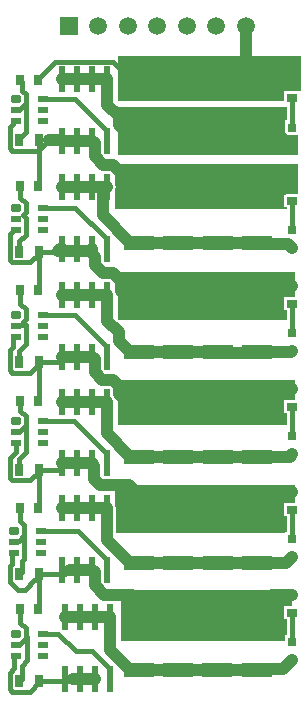
<source format=gtl>
G04*
G04 #@! TF.GenerationSoftware,Altium Limited,Altium Designer,21.6.1 (37)*
G04*
G04 Layer_Physical_Order=1*
G04 Layer_Color=255*
%FSLAX44Y44*%
%MOMM*%
G71*
G04*
G04 #@! TF.SameCoordinates,7934F4AE-985A-4D5C-9069-E765C515617C*
G04*
G04*
G04 #@! TF.FilePolarity,Positive*
G04*
G01*
G75*
%ADD15R,0.8000X1.0000*%
%ADD16R,0.7000X0.9000*%
%ADD17R,0.6000X2.2000*%
G04:AMPARAMS|DCode=18|XSize=0.6mm|YSize=0.9mm|CornerRadius=0.15mm|HoleSize=0mm|Usage=FLASHONLY|Rotation=270.000|XOffset=0mm|YOffset=0mm|HoleType=Round|Shape=RoundedRectangle|*
%AMROUNDEDRECTD18*
21,1,0.6000,0.6000,0,0,270.0*
21,1,0.3000,0.9000,0,0,270.0*
1,1,0.3000,-0.3000,-0.1500*
1,1,0.3000,-0.3000,0.1500*
1,1,0.3000,0.3000,0.1500*
1,1,0.3000,0.3000,-0.1500*
%
%ADD18ROUNDEDRECTD18*%
%ADD19R,0.9000X0.6000*%
%ADD20R,2.6000X1.2000*%
%ADD21R,0.9000X0.7000*%
%ADD22R,0.8000X0.8000*%
%ADD33C,1.0000*%
%ADD34C,0.4000*%
%ADD35C,1.5080*%
%ADD36R,1.5080X1.5080*%
%ADD37C,0.7000*%
G36*
X459740Y466476D02*
X453240D01*
Y455476D01*
X455912D01*
Y441900D01*
X454240D01*
Y436880D01*
X314960D01*
Y480060D01*
X459740D01*
Y466476D01*
D02*
G37*
G36*
X462280Y568960D02*
Y553629D01*
X453240D01*
Y542629D01*
X455912D01*
Y529053D01*
X454240D01*
Y528320D01*
X310590D01*
Y549240D01*
X310350Y551067D01*
X309850Y552273D01*
Y568341D01*
X310749Y569238D01*
X462280Y568960D01*
D02*
G37*
G36*
Y640782D02*
X453240D01*
Y629782D01*
X455912D01*
Y619760D01*
X312420D01*
Y657860D01*
X462280D01*
Y640782D01*
D02*
G37*
G36*
Y727934D02*
X453240D01*
Y716934D01*
X455912D01*
Y708660D01*
X313105D01*
X312420Y709345D01*
Y749300D01*
X462280D01*
Y727934D01*
D02*
G37*
G36*
X464820Y815087D02*
X453240D01*
Y804087D01*
X455912D01*
Y802640D01*
X309880D01*
Y818058D01*
X310350Y819193D01*
X310590Y821020D01*
X310350Y822847D01*
X309880Y823982D01*
Y840740D01*
X464820D01*
Y815087D01*
D02*
G37*
G36*
X455912Y877663D02*
X454240D01*
Y865663D01*
X464820D01*
Y848360D01*
X312420D01*
Y889000D01*
X455912D01*
Y877663D01*
D02*
G37*
G36*
X467360Y902602D02*
X466240Y902240D01*
Y902240D01*
X453240D01*
Y894080D01*
X312420D01*
Y932180D01*
X467360D01*
Y902602D01*
D02*
G37*
D15*
X245988Y493620D02*
D03*
X228988D02*
D03*
X245988Y581900D02*
D03*
X228988D02*
D03*
X245988Y673100D02*
D03*
X228988D02*
D03*
X245988Y766480D02*
D03*
X228988D02*
D03*
X245988Y403000D02*
D03*
X228988D02*
D03*
Y861060D02*
D03*
X245988D02*
D03*
D16*
X244988Y549500D02*
D03*
X229988D02*
D03*
X244988Y640320D02*
D03*
X229988D02*
D03*
X244988Y734060D02*
D03*
X229988D02*
D03*
X244988Y463960D02*
D03*
X229988D02*
D03*
X244988Y911860D02*
D03*
X229988D02*
D03*
Y822360D02*
D03*
X244988D02*
D03*
D17*
X303530Y912460D02*
D03*
X290830D02*
D03*
X265430D02*
D03*
X303530Y860460D02*
D03*
X290830D02*
D03*
X265430D02*
D03*
X278130Y912460D02*
D03*
Y860460D02*
D03*
X303530Y821020D02*
D03*
X290830D02*
D03*
X265430D02*
D03*
X303530Y769020D02*
D03*
X290830D02*
D03*
X265430D02*
D03*
X278130Y821020D02*
D03*
Y769020D02*
D03*
X303530Y729580D02*
D03*
X290830D02*
D03*
X265430D02*
D03*
X303530Y677580D02*
D03*
X290830D02*
D03*
X265430D02*
D03*
X278130Y729580D02*
D03*
Y677580D02*
D03*
X303300Y639240D02*
D03*
X290600D02*
D03*
X265200D02*
D03*
X303300Y587240D02*
D03*
X290600D02*
D03*
X265200D02*
D03*
X277900Y639240D02*
D03*
Y587240D02*
D03*
X303530Y549240D02*
D03*
X290830D02*
D03*
X265430D02*
D03*
X303530Y497240D02*
D03*
X290830D02*
D03*
X265430D02*
D03*
X278130Y549240D02*
D03*
Y497240D02*
D03*
X306070Y456940D02*
D03*
X293370D02*
D03*
X267970D02*
D03*
X306070Y404940D02*
D03*
X293370D02*
D03*
X267970D02*
D03*
X280670Y456940D02*
D03*
Y404940D02*
D03*
D18*
X225990Y442980D02*
D03*
X224720Y530200D02*
D03*
X226060Y623520D02*
D03*
X225990Y713080D02*
D03*
Y803920D02*
D03*
X225988Y895960D02*
D03*
D19*
X225990Y433480D02*
D03*
Y423980D02*
D03*
X248990D02*
D03*
Y433480D02*
D03*
Y442980D02*
D03*
X224720Y520700D02*
D03*
Y511200D02*
D03*
X247720D02*
D03*
Y520700D02*
D03*
Y530200D02*
D03*
X226060Y614020D02*
D03*
Y604520D02*
D03*
X249060D02*
D03*
Y614020D02*
D03*
Y623520D02*
D03*
X225990Y703580D02*
D03*
Y694080D02*
D03*
X248990D02*
D03*
Y703580D02*
D03*
Y713080D02*
D03*
X225990Y794420D02*
D03*
Y784920D02*
D03*
X248990D02*
D03*
Y794420D02*
D03*
Y803920D02*
D03*
X225988Y886460D02*
D03*
Y876960D02*
D03*
X248988D02*
D03*
Y886460D02*
D03*
Y895960D02*
D03*
D20*
X430530Y412340D02*
D03*
Y456340D02*
D03*
X396240Y412340D02*
D03*
Y456340D02*
D03*
X363220Y412340D02*
D03*
Y456340D02*
D03*
X330200Y412340D02*
D03*
Y456340D02*
D03*
Y502764D02*
D03*
Y546764D02*
D03*
Y592920D02*
D03*
Y636920D02*
D03*
Y681580D02*
D03*
Y725580D02*
D03*
Y774036D02*
D03*
Y818036D02*
D03*
Y864460D02*
D03*
Y908460D02*
D03*
X430530Y864460D02*
D03*
Y908460D02*
D03*
X397087Y864460D02*
D03*
Y908460D02*
D03*
X363643Y864460D02*
D03*
Y908460D02*
D03*
X430530Y774036D02*
D03*
Y818036D02*
D03*
X397087Y774036D02*
D03*
Y818036D02*
D03*
X430530Y681580D02*
D03*
Y725580D02*
D03*
X397087Y681580D02*
D03*
Y725580D02*
D03*
X430530Y592920D02*
D03*
Y636920D02*
D03*
X397087Y592920D02*
D03*
Y636920D02*
D03*
X430530Y502764D02*
D03*
Y546764D02*
D03*
X397087Y502764D02*
D03*
Y546764D02*
D03*
X363643Y774036D02*
D03*
Y818036D02*
D03*
Y681580D02*
D03*
Y725580D02*
D03*
Y592920D02*
D03*
Y636920D02*
D03*
Y502764D02*
D03*
Y546764D02*
D03*
D21*
X459740Y475976D02*
D03*
Y460976D02*
D03*
Y911740D02*
D03*
Y896740D02*
D03*
Y824587D02*
D03*
Y809587D02*
D03*
Y737434D02*
D03*
Y722434D02*
D03*
Y650282D02*
D03*
Y635282D02*
D03*
Y563129D02*
D03*
Y548129D02*
D03*
D22*
X460240Y435900D02*
D03*
Y420900D02*
D03*
Y871663D02*
D03*
Y856663D02*
D03*
Y784511D02*
D03*
Y769511D02*
D03*
Y697358D02*
D03*
Y682358D02*
D03*
Y610205D02*
D03*
Y595205D02*
D03*
Y523053D02*
D03*
Y508053D02*
D03*
D33*
X429670Y680720D02*
X430530Y681580D01*
X397087D02*
X397947Y680720D01*
X429670D01*
X430530Y681580D02*
X439420D01*
X365760D02*
X397087D01*
X363643D02*
X365760D01*
X330200D02*
X335280D01*
X363643D01*
X439420D02*
X459462D01*
X306070Y429470D02*
X323200Y412340D01*
X330200D02*
X363220D01*
X306070Y429470D02*
Y456940D01*
X323200Y412340D02*
X330200D01*
X271780Y497240D02*
X278130D01*
X265030Y767080D02*
X288890D01*
X261620D02*
X265030D01*
X254000Y861060D02*
X264830D01*
X265430Y860460D01*
X278130D02*
X290830D01*
X265430D02*
X278130D01*
X290830D02*
X292830Y858460D01*
Y847261D02*
Y858460D01*
Y847261D02*
X300350Y839740D01*
X313530Y874130D02*
Y881130D01*
X303530Y891130D02*
X313530Y881130D01*
Y874130D02*
X323200Y864460D01*
X330200D02*
X363643D01*
X323200D02*
X330200D01*
X274320Y404940D02*
X280670D01*
X332740Y456340D02*
X363220D01*
X332740Y546764D02*
X363643D01*
X330200Y636920D02*
X363643D01*
Y725580D02*
X397087D01*
X363643Y818036D02*
X396240D01*
X280670Y404940D02*
X293370D01*
X430530Y412340D02*
X431530Y413340D01*
X452680D01*
X460240Y420900D01*
X430530Y502764D02*
X454951D01*
X460240Y508053D01*
X453895Y563129D02*
X459740D01*
X430530Y546764D02*
X437530D01*
X453895Y563129D01*
X457955Y592920D02*
X460240Y595205D01*
X430530Y592920D02*
X457955D01*
X450892Y650282D02*
X459740D01*
X430530Y636920D02*
X437530D01*
X450892Y650282D01*
X459462Y681580D02*
X460240Y682358D01*
X437530Y725580D02*
X449384Y737434D01*
X430530Y725580D02*
X437530D01*
X449384Y737434D02*
X459740D01*
X431530Y773036D02*
X456715D01*
X460240Y769511D01*
X430530Y774036D02*
X431530Y773036D01*
X451289Y819036D02*
X456841Y824587D01*
X459740D01*
X431530Y819036D02*
X451289D01*
X430530Y818036D02*
X431530Y819036D01*
X430530Y864460D02*
X431530Y863460D01*
X457341Y856663D02*
X460240D01*
X450544Y863460D02*
X457341Y856663D01*
X431530Y863460D02*
X450544D01*
X424530Y909460D02*
X457460D01*
X423530Y908460D02*
X424530Y909460D01*
X457460D02*
X459740Y911740D01*
X397087Y908460D02*
X423530D01*
X420840Y911150D02*
X423530Y908460D01*
X420840Y911150D02*
Y957580D01*
X363643Y908460D02*
X397087D01*
X330200D02*
X363643D01*
X290830Y912460D02*
X303530D01*
X278130D02*
X290830D01*
X265430D02*
X278130D01*
X303530Y891130D02*
Y912460D01*
X397087Y864460D02*
X430530D01*
X363643D02*
X397087D01*
X323200Y818036D02*
X330200D01*
X315530Y825706D02*
X323200Y818036D01*
X315530Y825706D02*
Y832919D01*
X308710Y839740D02*
X315530Y832919D01*
X300350Y839740D02*
X308710D01*
X397087Y818036D02*
X430530D01*
X330200D02*
X363643D01*
X290830Y821020D02*
X303530D01*
X278130D02*
X290830D01*
X265430D02*
X278130D01*
X299720Y820420D02*
X302930D01*
X303530Y821020D01*
X299720Y797516D02*
X323200Y774036D01*
X330200D01*
X299720Y797516D02*
Y820420D01*
X397087Y774036D02*
X430530D01*
X363643D02*
X397087D01*
X330200D02*
X363643D01*
X263560Y769020D02*
X265430D01*
X261620Y767080D02*
X263560Y769020D01*
X288890Y767080D02*
X290830Y769020D01*
Y765020D02*
X293530Y762320D01*
X315530Y733250D02*
Y741479D01*
X290830Y765020D02*
Y769020D01*
X315530Y733250D02*
X323200Y725580D01*
X330200D01*
X300350Y748300D02*
X308710D01*
X293530Y755120D02*
X300350Y748300D01*
X293530Y755120D02*
Y762320D01*
X308710Y748300D02*
X315530Y741479D01*
X397087Y725580D02*
X430530D01*
X330200D02*
X363643D01*
X290830Y729580D02*
X303530D01*
X278130D02*
X290830D01*
X265430D02*
X278130D01*
X313530Y691250D02*
Y698250D01*
X303530Y708250D02*
X313530Y698250D01*
X303530Y708250D02*
Y729580D01*
X323200Y681580D02*
X330200D01*
X313530Y691250D02*
X323200Y681580D01*
X278130Y677580D02*
X290830D01*
X265430D02*
X278130D01*
X313931Y646189D02*
X323200Y636920D01*
X299116Y658095D02*
X308345D01*
X323200Y636920D02*
X330200D01*
X313931Y646189D02*
Y652509D01*
X308345Y658095D02*
X313931Y652509D01*
X292830Y664380D02*
X299116Y658095D01*
X292830Y664380D02*
Y675580D01*
X290830Y677580D02*
X292830Y675580D01*
X397087Y636920D02*
X430530D01*
X363643D02*
X397087D01*
Y592920D02*
X430530D01*
X363643D02*
X397087D01*
X330200D02*
X363643D01*
X303300Y612820D02*
X323200Y592920D01*
X330200D01*
X303300Y612820D02*
Y639240D01*
X290600D02*
X303300D01*
X277900D02*
X290600D01*
X265200D02*
X277900D01*
X397087Y546764D02*
X430530D01*
X363643D02*
X397087D01*
X330200Y546764D02*
Y561340D01*
X292600Y574040D02*
Y585240D01*
X297400Y569240D02*
X322300D01*
X290600Y587240D02*
X292600Y585240D01*
Y574040D02*
X297400Y569240D01*
X322300D02*
X330200Y561340D01*
X277900Y587240D02*
X290600D01*
X265200D02*
X277900D01*
X290830Y549240D02*
X303530D01*
X278130D02*
X290830D01*
X265430D02*
X278130D01*
X303530Y522434D02*
X323200Y502764D01*
X303530Y522434D02*
Y549240D01*
X323200Y502764D02*
X330200D01*
X397087D02*
X430530D01*
X363643D02*
X397087D01*
X330200D02*
X363643D01*
X396240Y412340D02*
X430530D01*
X363220D02*
X396240D01*
X293370Y456940D02*
X306070D01*
X280670D02*
X293370D01*
X267970D02*
X280670D01*
X436880Y470118D02*
X442738Y475976D01*
X459740D01*
X430530Y456340D02*
X435880D01*
X436880Y457340D01*
Y470118D01*
X396240Y456340D02*
X430530D01*
X363220D02*
X396240D01*
X332740Y457340D02*
Y467360D01*
X324400Y475700D02*
X332740Y467360D01*
X292830Y484040D02*
X301170Y475700D01*
X292830Y484040D02*
Y495240D01*
X301170Y475700D02*
X324400D01*
X290830Y497240D02*
X292830Y495240D01*
X278130Y497240D02*
X290830D01*
D34*
X459990Y871913D02*
Y896490D01*
Y871913D02*
X460240Y871663D01*
X459740Y896740D02*
X459990Y896490D01*
Y784761D02*
X460240Y784511D01*
X459740Y809587D02*
X459990Y809337D01*
Y784761D02*
Y809337D01*
X459740Y722434D02*
X459990Y722184D01*
Y697608D02*
Y722184D01*
Y697608D02*
X460240Y697358D01*
X459990Y610455D02*
Y635032D01*
Y610455D02*
X460240Y610205D01*
X459740Y635282D02*
X459990Y635032D01*
X459740Y548129D02*
X459990Y547879D01*
Y523303D02*
Y547879D01*
Y523303D02*
X460240Y523053D01*
X459740Y460976D02*
X459990Y460726D01*
Y436150D02*
X460240Y435900D01*
X459990Y436150D02*
Y460726D01*
X247720Y530200D02*
X278570D01*
X303530Y505240D01*
Y497240D02*
Y505240D01*
X306070Y404940D02*
Y412940D01*
X290550Y428460D02*
X306070Y412940D01*
X276793Y428460D02*
X290550D01*
X262273Y442980D02*
X276793Y428460D01*
X248990Y442980D02*
X262273D01*
X245988Y403000D02*
X271568D01*
X273508Y404940D01*
X274320D01*
X230988Y415821D02*
X235768Y420601D01*
X230988Y405000D02*
Y415821D01*
X245988Y402000D02*
Y403000D01*
X237988Y394000D02*
X245988Y402000D01*
X223331Y394000D02*
X237988D01*
X220987Y396343D02*
X223331Y394000D01*
X220987Y396343D02*
Y409657D01*
X224988Y413657D01*
Y422980D01*
X225988Y423980D01*
X225990D01*
X228988Y403000D02*
X230988Y405000D01*
X235768Y420601D02*
Y440682D01*
X234490Y441960D02*
Y448080D01*
Y439202D02*
Y441960D01*
X235768Y440682D01*
X229768Y434480D02*
X234490Y439202D01*
X225990Y433480D02*
X226990Y434480D01*
X229768D01*
X229988Y452582D02*
Y463960D01*
Y452582D02*
X234490Y448080D01*
X245488Y492120D02*
Y493120D01*
Y464460D02*
Y492120D01*
X245988Y493620D02*
X268160D01*
X238331Y484963D02*
X245488Y492120D01*
X244988Y463960D02*
X245488Y464460D01*
Y493120D02*
X245988Y493620D01*
X268160D02*
X271780Y497240D01*
X233680Y480060D02*
X238331Y484711D01*
Y484963D01*
X233220Y506543D02*
Y526422D01*
X227891Y480060D02*
X233680D01*
X220987Y486963D02*
Y500277D01*
Y486963D02*
X227891Y480060D01*
X220987Y500277D02*
X222911Y502200D01*
Y510200D01*
X223911Y511200D01*
X228988Y493620D02*
X230988Y495620D01*
Y504311D01*
X233220Y506543D01*
X223911Y511200D02*
X224720D01*
X233220Y526422D02*
Y535095D01*
X229988Y538327D02*
X233220Y535095D01*
X225720Y521700D02*
X228498D01*
X224720Y520700D02*
X225720Y521700D01*
X229988Y538327D02*
Y549500D01*
X228498Y521700D02*
X233220Y526422D01*
X237988Y572900D02*
X245488Y580400D01*
Y581400D01*
Y550000D02*
Y580400D01*
Y581400D02*
X245988Y581900D01*
X244988Y549500D02*
X245488Y550000D01*
X265200Y582900D02*
Y587240D01*
X245988Y581900D02*
X264200D01*
X265200Y582900D01*
X234560Y596915D02*
Y619742D01*
X223331Y572900D02*
X237988D01*
X220987Y575243D02*
X223331Y572900D01*
X220987Y575243D02*
Y591828D01*
X226060Y596900D01*
Y604520D01*
X228988Y581900D02*
Y591342D01*
X234560Y596915D01*
X226060Y614020D02*
X227060Y615020D01*
X229838D01*
X234560Y619742D01*
Y627298D01*
X229988Y631871D02*
X234560Y627298D01*
X229988Y631871D02*
Y640320D01*
X275020Y623520D02*
X303300Y595240D01*
X249060Y623520D02*
X275020D01*
X303300Y587240D02*
Y595240D01*
X245988Y673100D02*
X264430D01*
X237988Y664100D02*
X245488Y671600D01*
Y640820D02*
Y671600D01*
X244988Y640320D02*
X245488Y640820D01*
Y671600D02*
X245988Y672100D01*
X264430Y673100D02*
X265430Y674100D01*
Y677580D01*
X223331Y664100D02*
X237988D01*
X245988Y672100D02*
Y673100D01*
X234490Y688285D02*
Y704580D01*
X220987Y666443D02*
Y683268D01*
Y666443D02*
X223331Y664100D01*
X220987Y683268D02*
X223490Y685770D01*
Y693080D01*
X224490Y694080D02*
X225990D01*
X228988Y673100D02*
Y682782D01*
X223490Y693080D02*
X224490Y694080D01*
X228988Y682782D02*
X234490Y688285D01*
X232129Y706941D02*
X234490Y709302D01*
X225990Y703580D02*
X226990Y704580D01*
X234490D01*
X232129Y706941D02*
X234490Y704580D01*
X229988Y722682D02*
X234490Y718180D01*
Y709302D02*
Y718180D01*
X229988Y722682D02*
Y734060D01*
X237988Y757480D02*
X245488Y764980D01*
Y765980D01*
Y734560D02*
Y764980D01*
Y765980D02*
X245988Y766480D01*
X244988Y734060D02*
X245488Y734560D01*
X248990Y713080D02*
X276030D01*
X303530Y685580D01*
Y677580D02*
Y685580D01*
Y769020D02*
Y777020D01*
X248990Y803920D02*
X276630D01*
X303530Y777020D01*
X265030Y767080D02*
X265430Y767480D01*
X264430Y766480D02*
X265030Y767080D01*
X245988Y766480D02*
X264430D01*
X265430Y767480D02*
Y769020D01*
X224490Y784920D02*
X225990D01*
X220987Y759823D02*
X223331Y757480D01*
X237988D01*
X220987Y759823D02*
Y781418D01*
X224490Y784920D01*
X232129Y797781D02*
X234490Y800142D01*
X228988Y775577D02*
X231331Y777920D01*
X232147D01*
X228988Y766480D02*
Y775577D01*
X232147Y777920D02*
X234490Y780263D01*
Y795420D01*
X232129Y797781D02*
X234490Y795420D01*
Y800142D02*
Y807698D01*
X229988Y812201D02*
X234490Y807698D01*
X229988Y812201D02*
Y822360D01*
X245488Y852548D02*
X254000Y861060D01*
X245000Y852060D02*
X245488Y852548D01*
Y860560D01*
Y822860D02*
Y852548D01*
X244988Y822360D02*
X245488Y822860D01*
Y860560D02*
X245988Y861060D01*
X223331Y852060D02*
X245000D01*
X220987Y854403D02*
X223331Y852060D01*
X220987Y854403D02*
Y871960D01*
X223487Y874460D01*
Y875960D01*
X224487Y876960D01*
X225988D01*
X234488Y867560D02*
Y892182D01*
X228988Y862060D02*
X234488Y867560D01*
X228988Y861060D02*
Y862060D01*
X226988Y887460D02*
X229766D01*
X225988Y886460D02*
X226988Y887460D01*
X229988Y911860D02*
X231488Y910360D01*
Y902738D02*
Y910360D01*
Y902738D02*
X234488Y899738D01*
Y892182D02*
Y899738D01*
X229766Y887460D02*
X234488Y892182D01*
X276030Y895960D02*
X303530Y868460D01*
Y860460D02*
Y868460D01*
X248988Y895960D02*
X276030D01*
X319200Y912460D02*
Y916447D01*
X308187Y927460D02*
X319200Y916447D01*
X323200Y908460D02*
X330200D01*
X259587Y927460D02*
X308187D01*
X244988Y912860D02*
X259587Y927460D01*
X319200Y912460D02*
X323200Y908460D01*
X244988Y911860D02*
Y912860D01*
D35*
X395840Y957580D02*
D03*
X370840D02*
D03*
X295840D02*
D03*
X320840D02*
D03*
X345840D02*
D03*
X420840D02*
D03*
D36*
X270840D02*
D03*
D37*
X330200Y412340D02*
D03*
X363220D02*
D03*
X396240D02*
D03*
X430530D02*
D03*
Y456340D02*
D03*
X396240D02*
D03*
X363220D02*
D03*
X416560Y680720D02*
D03*
X397087Y681580D02*
D03*
X430530Y502764D02*
D03*
X397087D02*
D03*
X363643D02*
D03*
X330200D02*
D03*
X430530Y546764D02*
D03*
X397087D02*
D03*
X360680Y546100D02*
D03*
X430530Y592920D02*
D03*
X397087D02*
D03*
X366800Y594190D02*
D03*
X340360Y591820D02*
D03*
X391160Y637540D02*
D03*
X413808Y636920D02*
D03*
X437530D02*
D03*
X439420Y680720D02*
D03*
X365760Y680720D02*
D03*
X368300Y637540D02*
D03*
X335280D02*
D03*
Y680720D02*
D03*
X332740Y726440D02*
D03*
X388620D02*
D03*
X411480D02*
D03*
X434030Y725580D02*
D03*
X436880Y774700D02*
D03*
X413808Y774036D02*
D03*
X388620Y774700D02*
D03*
X358140D02*
D03*
X335280D02*
D03*
X332740Y817880D02*
D03*
X358140D02*
D03*
X439420Y866140D02*
D03*
X413808Y864460D02*
D03*
X383540Y863600D02*
D03*
X332740D02*
D03*
X358140D02*
D03*
X332740Y909320D02*
D03*
X358140D02*
D03*
X383540D02*
D03*
X440995Y909460D02*
D03*
X422185Y909805D02*
D03*
X434340Y817880D02*
D03*
X413808Y818036D02*
D03*
X274320Y404940D02*
D03*
X332740Y457200D02*
D03*
Y546100D02*
D03*
X345440Y637540D02*
D03*
X370840Y726440D02*
D03*
X396240Y817880D02*
D03*
M02*

</source>
